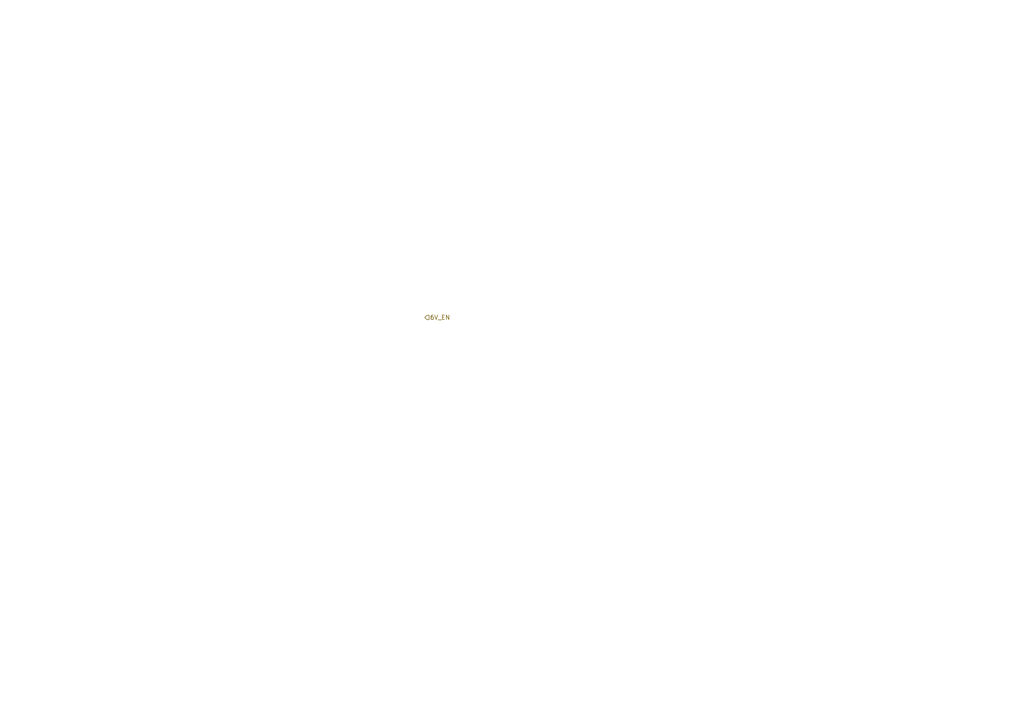
<source format=kicad_sch>
(kicad_sch (version 20211123) (generator eeschema)
  (paper "A4")
  (lib_symbols)
  (hierarchical_label "6V_EN" (shape input) (at 123.19 92.075 0))
)
</source>
